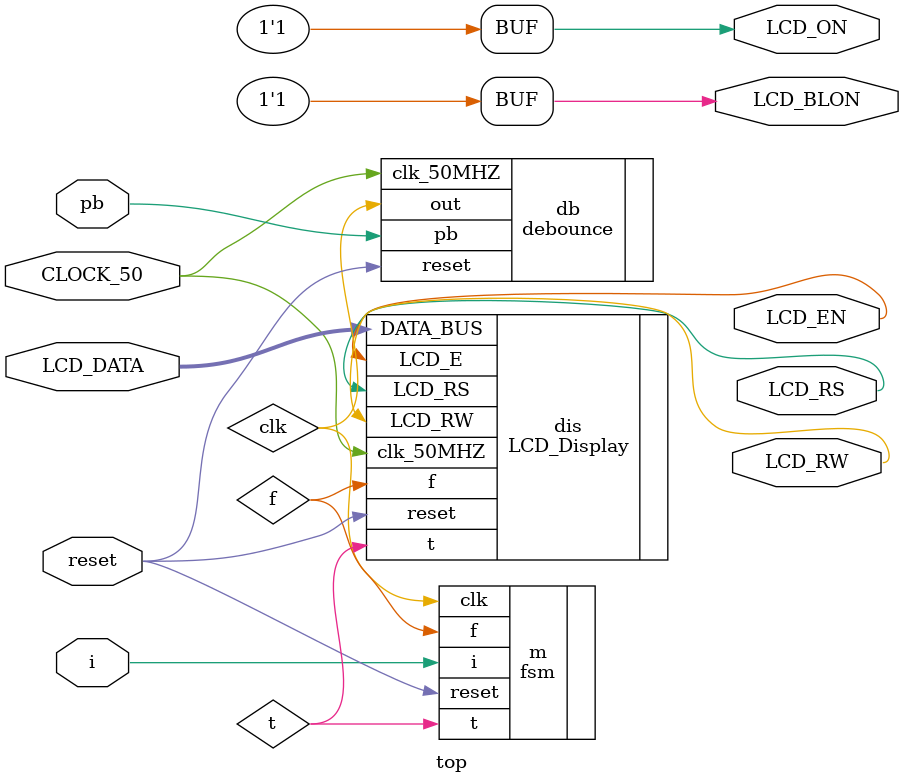
<source format=v>
module top(
  	output LCD_ON,   
  	output LCD_BLON, 
  	output LCD_RW,   
  	output LCD_EN,   
  	output LCD_RS,   
  	inout [7:0] LCD_DATA,
  	input CLOCK_50,
  	input pb,
  	input reset,
  	input i);

	wire t, f, clk;

	debounce db(.out(clk), .pb(pb), .clk_50MHZ(CLOCK_50), .reset(reset));

	fsm m(
		.t(t),
		.f(f),
		.clk(clk),
		.reset(reset),
		.i(i));


	assign LCD_ON = 1'b1;
	assign LCD_BLON = 1'b1;
	LCD_Display dis(
	   .clk_50MHZ(CLOCK_50),
	   .reset(reset),
	   .t(t),
	   .f(f),
	   .DATA_BUS(LCD_DATA),
	   .LCD_RW(LCD_RW),
	   .LCD_E(LCD_EN),
	   .LCD_RS(LCD_RS)
	);

endmodule 

</source>
